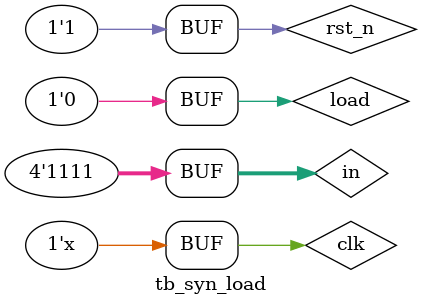
<source format=v>
module tb_syn_load;
	reg clk;
	reg rst_n;
	reg load;
	reg [3:0] in;
	wire [3:0] out;

syn_load uut(
	.clk(clk),
	.rst_n(rst_n),
	.load(load),
	.in(in),
	.out(out)
);
	
initial begin
	clk = 0;
	rst_n = 1;
	load = 0;
	in = 4'h0;
#100
	rst_n = 0;
	in = 4'h2;
#200
	rst_n = 1;
#100
	in = 4'hA;
#100
	load = 1;
#100
	load = 0;
#25
	in = 4'hC;
#250
	in = 4'hF;
#25
	load = 1;
#100
	load = 0;
end

always #(50) begin
	clk = ~clk;
end

endmodule

</source>
